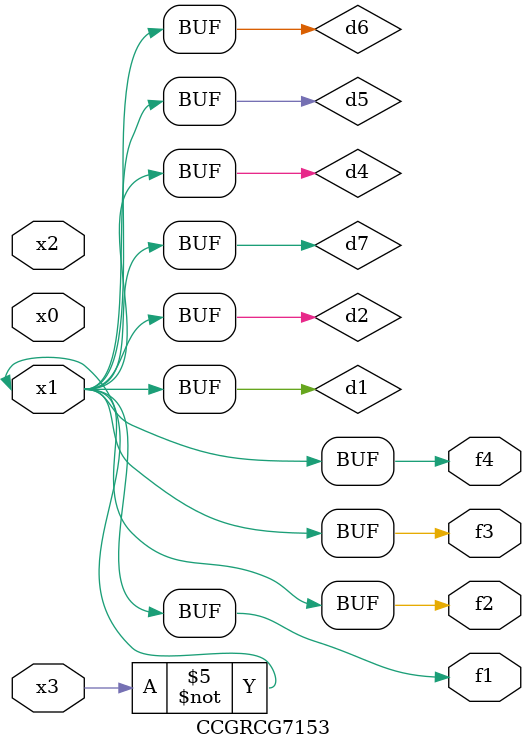
<source format=v>
module CCGRCG7153(
	input x0, x1, x2, x3,
	output f1, f2, f3, f4
);

	wire d1, d2, d3, d4, d5, d6, d7;

	not (d1, x3);
	buf (d2, x1);
	xnor (d3, d1, d2);
	nor (d4, d1);
	buf (d5, d1, d2);
	buf (d6, d4, d5);
	nand (d7, d4);
	assign f1 = d6;
	assign f2 = d7;
	assign f3 = d6;
	assign f4 = d6;
endmodule

</source>
